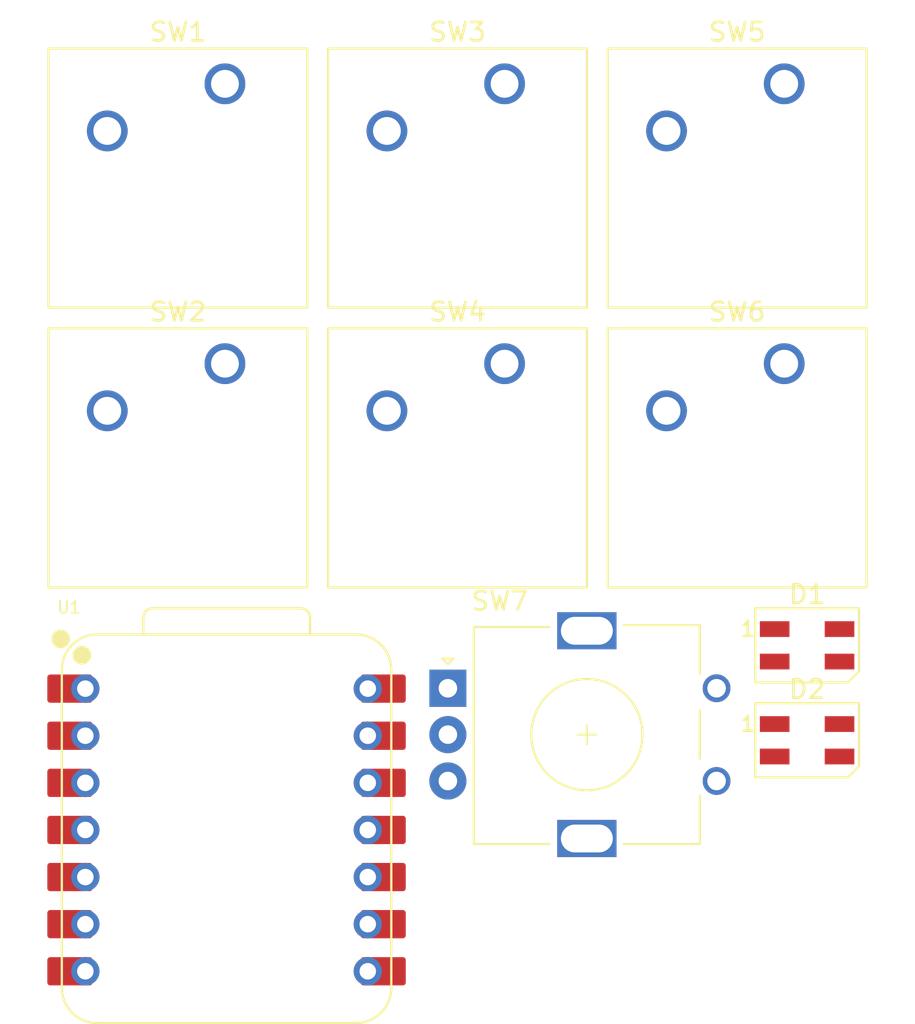
<source format=kicad_pcb>
(kicad_pcb (version 20241229) (generator "pcbnew") (generator_version "9.0")
  (layers (0 "F.Cu" signal) (2 "B.Cu" signal) (13 "F.Paste" user) (15 "B.Paste" user) (5 "F.SilkS" user "F.Silkscreen") (7 "B.SilkS" user "B.Silkscreen") (1 "F.Mask" user) (3 "B.Mask" user) (25 "Edge.Cuts" user))
  (net 0 "")
  (net 1 "+5V")
  (net 2 "GND")
  (net 3 "Net-(D1-DOUT)")
  (net 4 "Net-(D1-DIN)")
  (net 6 "Net-(U1-GPIO1{slash}RX)")
  (net 7 "Net-(U1-GPIO3{slash}MOSI)")
  (net 8 "Net-(U1-GPIO2{slash}SCK)")
  (net 9 "Net-(U1-GPIO4{slash}MISO)")
  (net 10 "Net-(U1-GPIO0{slash}TX)")
  (net 11 "Net-(U1-GPIO7{slash}SCL)")
  (net 12 "Net-(U1-GPIO28{slash}ADC2{slash}A2)")
  (net 13 "Net-(U1-GPIO27{slash}ADC1{slash}A1)")
  (footprint "LED_SMD:LED_SK6812MINI_PLCC4_3.5x3.5mm_P1.75mm" (layer "F.Cu") (at 162.25 97.005)
    (property "Reference" "D1" (at 0 -2.75 0) (layer "F.SilkS"))
    (property "Value" "SK6812MINI")
    (fp_line (start -2.8 -2) (end -2.8 2) (stroke (width 0.12)) (layer "F.SilkS"))
    (fp_line (start -2.8 -2) (end 2.8 -2) (stroke (width 0.12)) (layer "F.SilkS"))
    (fp_line (start -2.8 2) (end 2.2 2) (stroke (width 0.12)) (layer "F.SilkS"))
    (fp_line (start 2.8 1.4) (end 2.2 2) (stroke (width 0.12)) (layer "F.SilkS"))
    (fp_line (start 2.8 1.4) (end 2.8 -2) (stroke (width 0.12)) (layer "F.SilkS"))
    (fp_text user "1" (at -3.2 -0.875 0) (layer "F.SilkS") (effects (font (size 0.8 0.8))))
    (pad "1" smd rect (at -1.75 -0.875) (size 1.6 0.85) (layers "F.Cu" "F.Mask" "F.Paste") (net 3 "Net-(D1-DOUT)"))
    (pad "2" smd rect (at -1.75 0.875) (size 1.6 0.85) (layers "F.Cu" "F.Mask" "F.Paste") (net 2 "GND"))
    (pad "3" smd rect (at 1.75 0.875) (size 1.6 0.85) (layers "F.Cu" "F.Mask" "F.Paste") (net 4 "Net-(D1-DIN)"))
    (pad "4" smd rect (at 1.75 -0.875) (size 1.6 0.85) (layers "F.Cu" "F.Mask" "F.Paste") (net 1 "+5V"))
  )
  (footprint "Button_Switch_Keyboard:SW_Cherry_MX_1.00u_PCB" (layer "F.Cu") (at 145.925 81.82)
    (property "Reference" "SW4" (at -2.54 -2.794 0) (layer "F.SilkS"))
    (property "Value" "SW_Push")
    (fp_line (start -9.525 -1.905) (end 4.445 -1.905) (stroke (width 0.12)) (layer "F.SilkS"))
    (fp_line (start -9.525 12.065) (end -9.525 -1.905) (stroke (width 0.12)) (layer "F.SilkS"))
    (fp_line (start 4.445 -1.905) (end 4.445 12.065) (stroke (width 0.12)) (layer "F.SilkS"))
    (fp_line (start 4.445 12.065) (end -9.525 12.065) (stroke (width 0.12)) (layer "F.SilkS"))
    (pad "" np_thru_hole circle (at -7.62 5.08) (size 1.7 1.7) (drill 1.7) (layers "*.Cu" "*.Mask"))
    (pad "" np_thru_hole circle (at -2.54 5.08) (size 4 4) (drill 4) (layers "*.Cu" "*.Mask"))
    (pad "" np_thru_hole circle (at 2.54 5.08) (size 1.7 1.7) (drill 1.7) (layers "*.Cu" "*.Mask"))
    (pad "1" thru_hole circle (at 0 0) (size 2.2 2.2) (drill 1.5) (layers "*.Cu" "*.Mask") (net 2 "GND"))
    (pad "2" thru_hole circle (at -6.35 2.54) (size 2.2 2.2) (drill 1.5) (layers "*.Cu" "*.Mask") (net 9 "Net-(U1-GPIO4{slash}MISO)"))
  )
  (footprint "Button_Switch_Keyboard:SW_Cherry_MX_1.00u_PCB" (layer "F.Cu") (at 145.925 66.73)
    (property "Reference" "SW3" (at -2.54 -2.794 0) (layer "F.SilkS"))
    (property "Value" "SW_Push")
    (fp_line (start -9.525 -1.905) (end 4.445 -1.905) (stroke (width 0.12)) (layer "F.SilkS"))
    (fp_line (start -9.525 12.065) (end -9.525 -1.905) (stroke (width 0.12)) (layer "F.SilkS"))
    (fp_line (start 4.445 -1.905) (end 4.445 12.065) (stroke (width 0.12)) (layer "F.SilkS"))
    (fp_line (start 4.445 12.065) (end -9.525 12.065) (stroke (width 0.12)) (layer "F.SilkS"))
    (pad "" np_thru_hole circle (at -7.62 5.08) (size 1.7 1.7) (drill 1.7) (layers "*.Cu" "*.Mask"))
    (pad "" np_thru_hole circle (at -2.54 5.08) (size 4 4) (drill 4) (layers "*.Cu" "*.Mask"))
    (pad "" np_thru_hole circle (at 2.54 5.08) (size 1.7 1.7) (drill 1.7) (layers "*.Cu" "*.Mask"))
    (pad "1" thru_hole circle (at 0 0) (size 2.2 2.2) (drill 1.5) (layers "*.Cu" "*.Mask") (net 2 "GND"))
    (pad "2" thru_hole circle (at -6.35 2.54) (size 2.2 2.2) (drill 1.5) (layers "*.Cu" "*.Mask") (net 8 "Net-(U1-GPIO2{slash}SCK)"))
  )
  (footprint "Rotary_Encoder:RotaryEncoder_Alps_EC11E_Vertical_H20mm" (layer "F.Cu") (at 142.865 99.32)
    (property "Reference" "SW7" (at 2.8 -4.7 0) (layer "F.SilkS"))
    (property "Value" "RotaryEncoder")
    (fp_line (start -0.3 -1.6) (end 0.3 -1.6) (stroke (width 0.12)) (layer "F.SilkS"))
    (fp_line (start 0 -1.3) (end -0.3 -1.6) (stroke (width 0.12)) (layer "F.SilkS"))
    (fp_line (start 0.3 -1.6) (end 0 -1.3) (stroke (width 0.12)) (layer "F.SilkS"))
    (fp_line (start 1.4 -3.3) (end 1.4 8.4) (stroke (width 0.12)) (layer "F.SilkS"))
    (fp_line (start 5.5 -3.3) (end 1.4 -3.3) (stroke (width 0.12)) (layer "F.SilkS"))
    (fp_line (start 5.5 8.4) (end 1.4 8.4) (stroke (width 0.12)) (layer "F.SilkS"))
    (fp_line (start 7 2.5) (end 8 2.5) (stroke (width 0.12)) (layer "F.SilkS"))
    (fp_line (start 7.5 2) (end 7.5 3) (stroke (width 0.12)) (layer "F.SilkS"))
    (fp_line (start 9.5 -3.4) (end 13.6 -3.4) (stroke (width 0.12)) (layer "F.SilkS"))
    (fp_line (start 13.6 -3.4) (end 13.6 -0.8) (stroke (width 0.12)) (layer "F.SilkS"))
    (fp_line (start 13.6 1.2) (end 13.6 3.8) (stroke (width 0.12)) (layer "F.SilkS"))
    (fp_line (start 13.6 5.8) (end 13.6 8.4) (stroke (width 0.12)) (layer "F.SilkS"))
    (fp_line (start 13.6 8.4) (end 9.5 8.4) (stroke (width 0.12)) (layer "F.SilkS"))
    (fp_circle (center 7.5 2.5) (end 10.5 2.5) (stroke (width 0.12)) (fill no) (layer "F.SilkS"))
    (pad "" thru_hole circle (at 14.5 0) (size 1.5 1.5) (drill 1) (layers "*.Cu" "*.Mask"))
    (pad "" thru_hole circle (at 14.5 5) (size 1.5 1.5) (drill 1) (layers "*.Cu" "*.Mask"))
    (pad "A" thru_hole rect (at 0 0) (size 2 2) (drill 1) (layers "*.Cu" "*.Mask") (net 12 "Net-(U1-GPIO28{slash}ADC2{slash}A2)"))
    (pad "B" thru_hole circle (at 0 5) (size 2 2) (drill 1) (layers "*.Cu" "*.Mask") (net 13 "Net-(U1-GPIO27{slash}ADC1{slash}A1)"))
    (pad "C" thru_hole circle (at 0 2.5) (size 2 2) (drill 1) (layers "*.Cu" "*.Mask") (net 2 "GND"))
    (pad "MP" thru_hole rect (at 7.5 -3.1) (size 3.2 2) (drill oval 2.8 1.5) (layers "*.Cu" "*.Mask"))
    (pad "MP" thru_hole rect (at 7.5 8.1) (size 3.2 2) (drill oval 2.8 1.5) (layers "*.Cu" "*.Mask"))
  )
  (footprint "Button_Switch_Keyboard:SW_Cherry_MX_1.00u_PCB" (layer "F.Cu") (at 161.015 66.73)
    (property "Reference" "SW5" (at -2.54 -2.794 0) (layer "F.SilkS"))
    (property "Value" "SW_Push")
    (fp_line (start -9.525 -1.905) (end 4.445 -1.905) (stroke (width 0.12)) (layer "F.SilkS"))
    (fp_line (start -9.525 12.065) (end -9.525 -1.905) (stroke (width 0.12)) (layer "F.SilkS"))
    (fp_line (start 4.445 -1.905) (end 4.445 12.065) (stroke (width 0.12)) (layer "F.SilkS"))
    (fp_line (start 4.445 12.065) (end -9.525 12.065) (stroke (width 0.12)) (layer "F.SilkS"))
    (pad "" np_thru_hole circle (at -7.62 5.08) (size 1.7 1.7) (drill 1.7) (layers "*.Cu" "*.Mask"))
    (pad "" np_thru_hole circle (at -2.54 5.08) (size 4 4) (drill 4) (layers "*.Cu" "*.Mask"))
    (pad "" np_thru_hole circle (at 2.54 5.08) (size 1.7 1.7) (drill 1.7) (layers "*.Cu" "*.Mask"))
    (pad "1" thru_hole circle (at 0 0) (size 2.2 2.2) (drill 1.5) (layers "*.Cu" "*.Mask") (net 2 "GND"))
    (pad "2" thru_hole circle (at -6.35 2.54) (size 2.2 2.2) (drill 1.5) (layers "*.Cu" "*.Mask") (net 10 "Net-(U1-GPIO0{slash}TX)"))
  )
  (footprint "Button_Switch_Keyboard:SW_Cherry_MX_1.00u_PCB" (layer "F.Cu") (at 161.015 81.82)
    (property "Reference" "SW6" (at -2.54 -2.794 0) (layer "F.SilkS"))
    (property "Value" "SW_Push")
    (fp_line (start -9.525 -1.905) (end 4.445 -1.905) (stroke (width 0.12)) (layer "F.SilkS"))
    (fp_line (start -9.525 12.065) (end -9.525 -1.905) (stroke (width 0.12)) (layer "F.SilkS"))
    (fp_line (start 4.445 -1.905) (end 4.445 12.065) (stroke (width 0.12)) (layer "F.SilkS"))
    (fp_line (start 4.445 12.065) (end -9.525 12.065) (stroke (width 0.12)) (layer "F.SilkS"))
    (pad "" np_thru_hole circle (at -7.62 5.08) (size 1.7 1.7) (drill 1.7) (layers "*.Cu" "*.Mask"))
    (pad "" np_thru_hole circle (at -2.54 5.08) (size 4 4) (drill 4) (layers "*.Cu" "*.Mask"))
    (pad "" np_thru_hole circle (at 2.54 5.08) (size 1.7 1.7) (drill 1.7) (layers "*.Cu" "*.Mask"))
    (pad "1" thru_hole circle (at 0 0) (size 2.2 2.2) (drill 1.5) (layers "*.Cu" "*.Mask") (net 2 "GND"))
    (pad "2" thru_hole circle (at -6.35 2.54) (size 2.2 2.2) (drill 1.5) (layers "*.Cu" "*.Mask") (net 11 "Net-(U1-GPIO7{slash}SCL)"))
  )
  (footprint "OPL:XIAO-RP2040-DIP" (layer "F.Cu") (at 130.921 106.9595)
    (property "Reference" "U1" (at -8.5 -12 0) (layer "F.SilkS") (effects (font (size 0.635 0.635) (thickness 0.1016))))
    (property "Value" "XIAO-RP2040-DIP")
    (fp_line (start -8.89 8.509) (end -8.89 -8.636) (stroke (width 0.127)) (layer "F.SilkS"))
    (fp_line (start -6.985 10.414) (end 6.985 10.414) (stroke (width 0.127)) (layer "F.SilkS"))
    (fp_line (start -4.495 -10.541) (end -4.491272 -11.451272) (stroke (width 0.127)) (layer "F.SilkS"))
    (fp_line (start -3.991272 -11.951) (end 4.004 -11.951) (stroke (width 0.127)) (layer "F.SilkS"))
    (fp_line (start 4.504 -11.451) (end 4.504 -10.541) (stroke (width 0.127)) (layer "F.SilkS"))
    (fp_line (start 6.985 -10.541) (end -6.985 -10.541) (stroke (width 0.1)) (layer "F.SilkS"))
    (fp_line (start 6.985 -10.541) (end -6.985 -10.541) (stroke (width 0.127)) (layer "F.SilkS"))
    (fp_line (start 8.89 8.509) (end 8.89 -8.636) (stroke (width 0.127)) (layer "F.SilkS"))
    (fp_arc (start -8.89 -8.636) (mid -8.332038 -9.983038) (end -6.985 -10.541) (stroke (width 0.127)) (layer "F.SilkS"))
    (fp_arc (start -6.985 10.414) (mid -8.332038 9.856038) (end -8.89 8.509) (stroke (width 0.127)) (layer "F.SilkS"))
    (fp_arc (start -4.491272 -11.451272) (mid -4.344728 -11.80464) (end -3.991272 -11.951) (stroke (width 0.127)) (layer "F.SilkS"))
    (fp_arc (start 4.004 -11.951) (mid 4.357553 -11.804553) (end 4.504 -11.451) (stroke (width 0.127)) (layer "F.SilkS"))
    (fp_arc (start 6.985 -10.541) (mid 8.332038 -9.983038) (end 8.89 -8.636) (stroke (width 0.127)) (layer "F.SilkS"))
    (fp_arc (start 8.89 8.509) (mid 8.332038 9.856038) (end 6.985 10.414) (stroke (width 0.127)) (layer "F.SilkS"))
    (fp_circle (center -8.95 -10.3) (end -8.95 -10.554) (stroke (width 0.5)) (fill yes) (layer "F.SilkS"))
    (fp_circle (center -7.807 -9.42) (end -7.807 -9.674) (stroke (width 0.5)) (fill yes) (layer "F.SilkS"))
    (pad "1" smd roundrect (at -8.455 -7.62 180) (size 2.432 1.524) (layers "F.Cu" "F.Mask") (roundrect_rratio 0.1))
    (pad "1" thru_hole circle (at -7.62 -7.62 180) (size 1.524 1.524) (drill 0.889) (layers "*.Cu" "*.Mask"))
    (pad "2" smd roundrect (at -8.455 -5.08 180) (size 2.432 1.524) (layers "F.Cu" "F.Mask") (roundrect_rratio 0.1) (net 13 "Net-(U1-GPIO27{slash}ADC1{slash}A1)"))
    (pad "2" thru_hole circle (at -7.62 -5.08 180) (size 1.524 1.524) (drill 0.889) (layers "*.Cu" "*.Mask") (net 13 "Net-(U1-GPIO27{slash}ADC1{slash}A1)"))
    (pad "3" smd roundrect (at -8.455 -2.54 180) (size 2.432 1.524) (layers "F.Cu" "F.Mask") (roundrect_rratio 0.1) (net 12 "Net-(U1-GPIO28{slash}ADC2{slash}A2)"))
    (pad "3" thru_hole circle (at -7.62 -2.54 180) (size 1.524 1.524) (drill 0.889) (layers "*.Cu" "*.Mask") (net 12 "Net-(U1-GPIO28{slash}ADC2{slash}A2)"))
    (pad "4" smd roundrect (at -8.455 0 180) (size 2.432 1.524) (layers "F.Cu" "F.Mask") (roundrect_rratio 0.1))
    (pad "4" thru_hole circle (at -7.62 0 180) (size 1.524 1.524) (drill 0.889) (layers "*.Cu" "*.Mask"))
    (pad "5" smd roundrect (at -8.455 2.54 180) (size 2.432 1.524) (layers "F.Cu" "F.Mask") (roundrect_rratio 0.1) (net 4 "Net-(D1-DIN)"))
    (pad "5" thru_hole circle (at -7.62 2.54 180) (size 1.524 1.524) (drill 0.889) (layers "*.Cu" "*.Mask") (net 4 "Net-(D1-DIN)"))
    (pad "6" smd roundrect (at -8.455 5.08 180) (size 2.432 1.524) (layers "F.Cu" "F.Mask") (roundrect_rratio 0.1) (net 11 "Net-(U1-GPIO7{slash}SCL)"))
    (pad "6" thru_hole circle (at -7.62 5.08 180) (size 1.524 1.524) (drill 0.889) (layers "*.Cu" "*.Mask") (net 11 "Net-(U1-GPIO7{slash}SCL)"))
    (pad "7" smd roundrect (at -8.455 7.62 180) (size 2.432 1.524) (layers "F.Cu" "F.Mask") (roundrect_rratio 0.1) (net 10 "Net-(U1-GPIO0{slash}TX)"))
    (pad "7" thru_hole circle (at -7.62 7.62 180) (size 1.524 1.524) (drill 0.889) (layers "*.Cu" "*.Mask") (net 10 "Net-(U1-GPIO0{slash}TX)"))
    (pad "8" thru_hole circle (at 7.62 7.62) (size 1.524 1.524) (drill 0.889) (layers "*.Cu" "*.Mask") (net 6 "Net-(U1-GPIO1{slash}RX)"))
    (pad "8" smd roundrect (at 8.455 7.62) (size 2.432 1.524) (layers "F.Cu" "F.Mask") (roundrect_rratio 0.1) (net 6 "Net-(U1-GPIO1{slash}RX)"))
    (pad "9" thru_hole circle (at 7.62 5.08) (size 1.524 1.524) (drill 0.889) (layers "*.Cu" "*.Mask") (net 8 "Net-(U1-GPIO2{slash}SCK)"))
    (pad "9" smd roundrect (at 8.455 5.08) (size 2.432 1.524) (layers "F.Cu" "F.Mask") (roundrect_rratio 0.1) (net 8 "Net-(U1-GPIO2{slash}SCK)"))
    (pad "10" thru_hole circle (at 7.62 2.54) (size 1.524 1.524) (drill 0.889) (layers "*.Cu" "*.Mask") (net 9 "Net-(U1-GPIO4{slash}MISO)"))
    (pad "10" smd roundrect (at 8.455 2.54) (size 2.432 1.524) (layers "F.Cu" "F.Mask") (roundrect_rratio 0.1) (net 9 "Net-(U1-GPIO4{slash}MISO)"))
    (pad "11" thru_hole circle (at 7.62 0) (size 1.524 1.524) (drill 0.889) (layers "*.Cu" "*.Mask") (net 7 "Net-(U1-GPIO3{slash}MOSI)"))
    (pad "11" smd roundrect (at 8.455 0) (size 2.432 1.524) (layers "F.Cu" "F.Mask") (roundrect_rratio 0.1) (net 7 "Net-(U1-GPIO3{slash}MOSI)"))
    (pad "12" thru_hole circle (at 7.62 -2.54) (size 1.524 1.524) (drill 0.889) (layers "*.Cu" "*.Mask"))
    (pad "12" smd roundrect (at 8.455 -2.54) (size 2.432 1.524) (layers "F.Cu" "F.Mask") (roundrect_rratio 0.1))
    (pad "13" thru_hole circle (at 7.62 -5.08) (size 1.524 1.524) (drill 0.889) (layers "*.Cu" "*.Mask") (net 2 "GND"))
    (pad "13" smd roundrect (at 8.455 -5.08) (size 2.432 1.524) (layers "F.Cu" "F.Mask") (roundrect_rratio 0.1) (net 2 "GND"))
    (pad "14" thru_hole circle (at 7.62 -7.62) (size 1.524 1.524) (drill 0.889) (layers "*.Cu" "*.Mask") (net 1 "+5V"))
    (pad "14" smd roundrect (at 8.455 -7.62) (size 2.432 1.524) (layers "F.Cu" "F.Mask") (roundrect_rratio 0.1) (net 1 "+5V"))
  )
  (footprint "LED_SMD:LED_SK6812MINI_PLCC4_3.5x3.5mm_P1.75mm" (layer "F.Cu") (at 162.25 102.125)
    (property "Reference" "D2" (at 0 -2.75 0) (layer "F.SilkS"))
    (property "Value" "SK6812MINI")
    (fp_line (start -2.8 -2) (end -2.8 2) (stroke (width 0.12)) (layer "F.SilkS"))
    (fp_line (start -2.8 -2) (end 2.8 -2) (stroke (width 0.12)) (layer "F.SilkS"))
    (fp_line (start -2.8 2) (end 2.2 2) (stroke (width 0.12)) (layer "F.SilkS"))
    (fp_line (start 2.8 1.4) (end 2.2 2) (stroke (width 0.12)) (layer "F.SilkS"))
    (fp_line (start 2.8 1.4) (end 2.8 -2) (stroke (width 0.12)) (layer "F.SilkS"))
    (fp_text user "1" (at -3.2 -0.875 0) (layer "F.SilkS") (effects (font (size 0.8 0.8))))
    (pad "1" smd rect (at -1.75 -0.875) (size 1.6 0.85) (layers "F.Cu" "F.Mask" "F.Paste"))
    (pad "2" smd rect (at -1.75 0.875) (size 1.6 0.85) (layers "F.Cu" "F.Mask" "F.Paste") (net 2 "GND"))
    (pad "3" smd rect (at 1.75 0.875) (size 1.6 0.85) (layers "F.Cu" "F.Mask" "F.Paste") (net 3 "Net-(D1-DOUT)"))
    (pad "4" smd rect (at 1.75 -0.875) (size 1.6 0.85) (layers "F.Cu" "F.Mask" "F.Paste") (net 1 "+5V"))
  )
  (footprint "Button_Switch_Keyboard:SW_Cherry_MX_1.00u_PCB" (layer "F.Cu") (at 130.835 66.73)
    (property "Reference" "SW1" (at -2.54 -2.794 0) (layer "F.SilkS"))
    (property "Value" "SW_Push")
    (fp_line (start -9.525 -1.905) (end 4.445 -1.905) (stroke (width 0.12)) (layer "F.SilkS"))
    (fp_line (start -9.525 12.065) (end -9.525 -1.905) (stroke (width 0.12)) (layer "F.SilkS"))
    (fp_line (start 4.445 -1.905) (end 4.445 12.065) (stroke (width 0.12)) (layer "F.SilkS"))
    (fp_line (start 4.445 12.065) (end -9.525 12.065) (stroke (width 0.12)) (layer "F.SilkS"))
    (pad "" np_thru_hole circle (at -7.62 5.08) (size 1.7 1.7) (drill 1.7) (layers "*.Cu" "*.Mask"))
    (pad "" np_thru_hole circle (at -2.54 5.08) (size 4 4) (drill 4) (layers "*.Cu" "*.Mask"))
    (pad "" np_thru_hole circle (at 2.54 5.08) (size 1.7 1.7) (drill 1.7) (layers "*.Cu" "*.Mask"))
    (pad "1" thru_hole circle (at 0 0) (size 2.2 2.2) (drill 1.5) (layers "*.Cu" "*.Mask") (net 2 "GND"))
    (pad "2" thru_hole circle (at -6.35 2.54) (size 2.2 2.2) (drill 1.5) (layers "*.Cu" "*.Mask") (net 6 "Net-(U1-GPIO1{slash}RX)"))
  )
  (footprint "Button_Switch_Keyboard:SW_Cherry_MX_1.00u_PCB" (layer "F.Cu") (at 130.835 81.82)
    (property "Reference" "SW2" (at -2.54 -2.794 0) (layer "F.SilkS"))
    (property "Value" "SW_Push")
    (fp_line (start -9.525 -1.905) (end 4.445 -1.905) (stroke (width 0.12)) (layer "F.SilkS"))
    (fp_line (start -9.525 12.065) (end -9.525 -1.905) (stroke (width 0.12)) (layer "F.SilkS"))
    (fp_line (start 4.445 -1.905) (end 4.445 12.065) (stroke (width 0.12)) (layer "F.SilkS"))
    (fp_line (start 4.445 12.065) (end -9.525 12.065) (stroke (width 0.12)) (layer "F.SilkS"))
    (pad "" np_thru_hole circle (at -7.62 5.08) (size 1.7 1.7) (drill 1.7) (layers "*.Cu" "*.Mask"))
    (pad "" np_thru_hole circle (at -2.54 5.08) (size 4 4) (drill 4) (layers "*.Cu" "*.Mask"))
    (pad "" np_thru_hole circle (at 2.54 5.08) (size 1.7 1.7) (drill 1.7) (layers "*.Cu" "*.Mask"))
    (pad "1" thru_hole circle (at 0 0) (size 2.2 2.2) (drill 1.5) (layers "*.Cu" "*.Mask") (net 2 "GND"))
    (pad "2" thru_hole circle (at -6.35 2.54) (size 2.2 2.2) (drill 1.5) (layers "*.Cu" "*.Mask") (net 7 "Net-(U1-GPIO3{slash}MOSI)"))
  )
)
</source>
